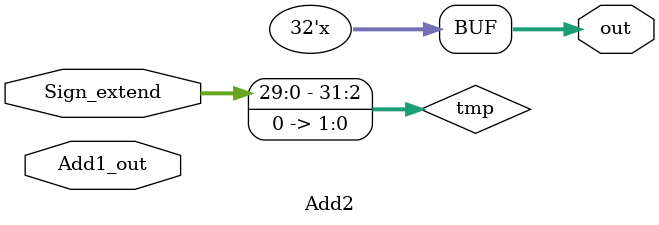
<source format=v>
`timescale 1ns / 1ps


module Add2(input [31:0] Add1_out,input [31:0] Sign_extend,output reg [31:0] out);
reg [31:0] tmp;
always@(Add1_out or Sign_extend)begin
tmp <= Sign_extend << 2;
out = tmp + Add1_out;
end
endmodule

</source>
